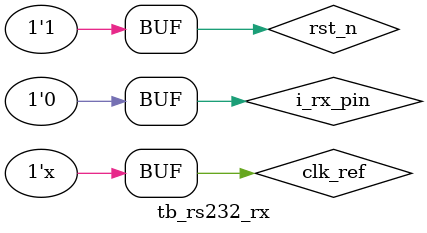
<source format=v>
`timescale 1ns / 1ps


module tb_rs232_rx();


reg     clk_ref;
reg     rst_n;
wire    o_rx_cfg_over;
reg     i_rx_pin;
rs232_rx u_rs232_rx(
//ctrl
   .clk_ref          (clk_ref      ),
   .rst_n            (rst_n        ),
   .o_rx_cfg_over    (o_rx_cfg_over),
//rx_dat             
   .i_rx_pin         (i_rx_pin      )
);

initial begin
    i_rx_pin = 1'b1;
    rst_n = 1'b0;
    clk_ref = 1'b0;
    #100
    rst_n = 1'b1;
    
    #17300
    i_rx_pin = 1'b0;
    
    #17000
    i_rx_pin = 1'b1;

    #17500
    i_rx_pin = 1'b0;
end

always #5 clk_ref = ~clk_ref;

endmodule

</source>
